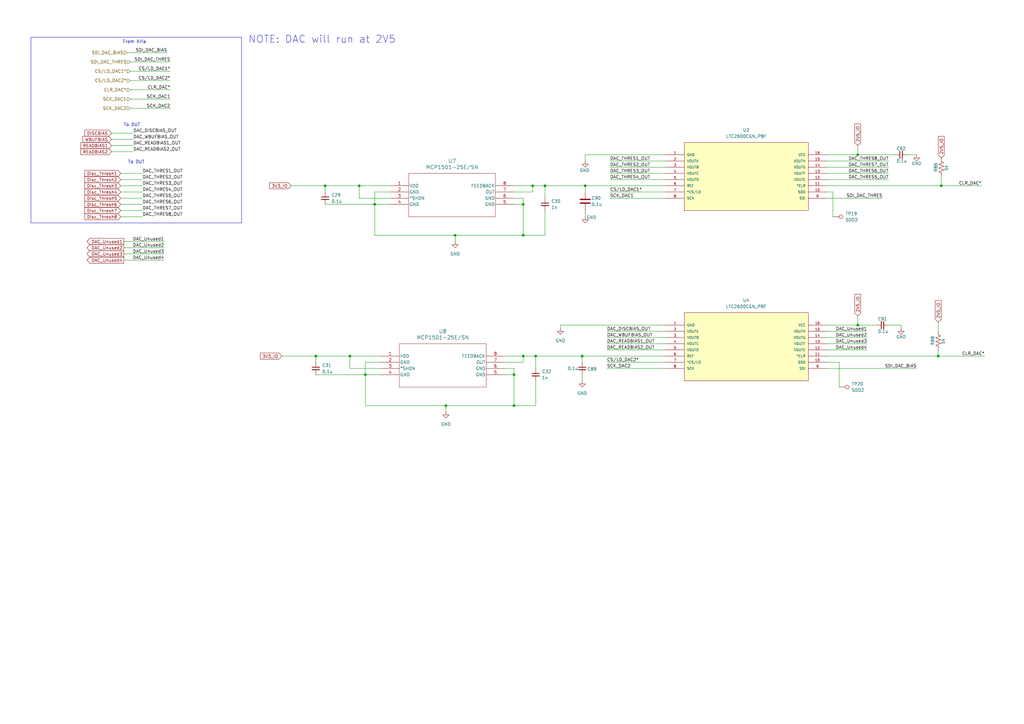
<source format=kicad_sch>
(kicad_sch (version 20231120) (generator "eeschema") (generator_version "8.0")
  (paper "A3")
  (lib_symbols
    (symbol "Connector:TestPoint" (pin_numbers hide) (pin_names (offset 0.762) hide)
      (property "Reference" "TP" (at 0 6.858 0))
      (property "Value" "TestPoint" (at 0 5.08 0))
      (symbol "TestPoint_0_1"
        (circle (center 0 3.302) (radius 0.762))
      )
      (symbol "TestPoint_1_1"
        (pin passive line (at 0 0 90) (length 2.54) (name "1") (number "1"))
      )
    )
    (symbol "Device:C" (pin_numbers hide) (pin_names (offset 0.254))
      (property "Reference" "C" (at 0.635 2.54 0))
      (property "Value" "C" (at 0.635 -2.54 0))
      (symbol "C_0_1"
        (polyline (pts (xy -2.032 -0.762) (xy 2.032 -0.762)) (stroke (width 0.508)))
        (polyline (pts (xy -2.032 0.762) (xy 2.032 0.762)) (stroke (width 0.508)))
      )
      (symbol "C_1_1"
        (pin passive line (at 0 3.81 270) (length 2.794) (name "~") (number "1"))
        (pin passive line (at 0 -3.81 90) (length 2.794) (name "~") (number "2"))
      )
    )
    (symbol "Device:C_Small" (pin_numbers hide) (pin_names (offset 0.254) hide)
      (property "Reference" "C" (at 0.254 1.778 0))
      (property "Value" "C_Small" (at 0.254 -2.032 0))
      (symbol "C_Small_0_1"
        (polyline (pts (xy -1.524 -0.508) (xy 1.524 -0.508)) (stroke (width 0.3302)))
        (polyline (pts (xy -1.524 0.508) (xy 1.524 0.508)) (stroke (width 0.3048)))
      )
      (symbol "C_Small_1_1"
        (pin passive line (at 0 2.54 270) (length 2.032) (name "~") (number "1"))
        (pin passive line (at 0 -2.54 90) (length 2.032) (name "~") (number "2"))
      )
    )
    (symbol "Device:R_US" (pin_numbers hide) (pin_names (offset 0))
      (property "Reference" "R" (at 2.54 0 90))
      (property "Value" "R_US" (at -2.54 0 90))
      (symbol "R_US_0_1"
        (polyline (pts (xy 0 -2.286) (xy 0 -2.54)))
        (polyline (pts (xy 0 2.286) (xy 0 2.54)))
        (polyline (pts (xy 0 -0.762) (xy 1.016 -1.143) (xy 0 -1.524) (xy -1.016 -1.905) (xy 0 -2.286)))
        (polyline (pts (xy 0 0.762) (xy 1.016 0.381) (xy 0 0) (xy -1.016 -0.381) (xy 0 -0.762)))
        (polyline (pts (xy 0 2.286) (xy 1.016 1.905) (xy 0 1.524) (xy -1.016 1.143) (xy 0 0.762)))
      )
      (symbol "R_US_1_1"
        (pin passive line (at 0 3.81 270) (length 1.27) (name "~") (number "1"))
        (pin passive line (at 0 -3.81 90) (length 1.27) (name "~") (number "2"))
      )
    )
    (symbol "MCP1501-25E_SN_1" (pin_names (offset 0.254))
      (property "Reference" "U" (at 25.4 10.16 0))
      (property "Value" "MCP1501-25E/SN" (at 25.4 7.62 0))
      (symbol "MCP1501-25E_SN_1_0_1"
        (polyline (pts (xy 7.62 -12.7) (xy 43.18 -12.7)) (stroke (width 0.127)))
        (polyline (pts (xy 7.62 5.08) (xy 7.62 -12.7)) (stroke (width 0.127)))
        (polyline (pts (xy 43.18 -12.7) (xy 43.18 5.08)) (stroke (width 0.127)))
        (polyline (pts (xy 43.18 5.08) (xy 7.62 5.08)) (stroke (width 0.127)))
        (pin power_in line (at 0 0 0) (length 7.62) (name "VDD") (number "1"))
        (pin input line (at 0 -5.08 0) (length 7.62) (name "*SHDN") (number "3"))
        (pin output line (at 50.8 -2.54 180) (length 7.62) (name "OUT") (number "7"))
        (pin input line (at 50.8 0 180) (length 7.62) (name "FEEDBACK") (number "8"))
      )
      (symbol "MCP1501-25E_SN_1_1_1"
        (pin power_in line (at 0 -2.54 0) (length 7.62) (name "GND") (number "2"))
        (pin power_in line (at 0 -7.62 0) (length 7.62) (name "GND") (number "4"))
        (pin power_in line (at 50.8 -7.62 180) (length 7.62) (name "GND") (number "5"))
        (pin power_in line (at 50.8 -5.08 180) (length 7.62) (name "GND") (number "6"))
      )
    )
    (symbol "PSEC5_ctrlbd:LTC2600CGN_PBF" (pin_names (offset 1.016))
      (property "Reference" "U" (at 28.2956 9.1186 0))
      (property "Value" "LTC2600CGN_PBF" (at 27.6606 6.5786 0))
      (symbol "LTC2600CGN_PBF_0_0"
        (rectangle (start 7.62 -22.86) (end 58.42 5.08) (stroke (width 0.1524)) (fill (type background)))
        (pin power_in line (at 0 0 0) (length 7.62) (name "GND") (number "1"))
        (pin output line (at 66.04 -15.24 180) (length 7.62) (name "SDO") (number "10"))
        (pin input line (at 66.04 -12.7 180) (length 7.62) (name "*CLR") (number "11"))
        (pin output line (at 66.04 -10.16 180) (length 7.62) (name "VOUTE") (number "12"))
        (pin output line (at 66.04 -7.62 180) (length 7.62) (name "VOUTF") (number "13"))
        (pin output line (at 66.04 -5.08 180) (length 7.62) (name "VOUTG") (number "14"))
        (pin output line (at 66.04 -2.54 180) (length 7.62) (name "VOUTH") (number "15"))
        (pin power_in line (at 66.04 0 180) (length 7.62) (name "VCC") (number "16"))
        (pin output line (at 0 -2.54 0) (length 7.62) (name "VOUTA") (number "2"))
        (pin output line (at 0 -5.08 0) (length 7.62) (name "VOUTB") (number "3"))
        (pin output line (at 0 -7.62 0) (length 7.62) (name "VOUTC") (number "4"))
        (pin output line (at 0 -10.16 0) (length 7.62) (name "VOUTD") (number "5"))
        (pin input line (at 0 -12.7 0) (length 7.62) (name "REF") (number "6"))
        (pin input line (at 0 -15.24 0) (length 7.62) (name "*CS/LD") (number "7"))
        (pin input line (at 0 -17.78 0) (length 7.62) (name "SCK") (number "8"))
        (pin input line (at 66.04 -17.78 180) (length 7.62) (name "SDI") (number "9"))
      )
    )
    (symbol "power:GND" (power) (pin_numbers hide) (pin_names (offset 0) hide)
      (property "Value" "GND" (at 0 -3.81 0))
      (symbol "GND_0_1"
        (polyline (pts (xy 0 0) (xy 0 -1.27) (xy 1.27 -1.27) (xy 0 -2.54) (xy -1.27 -1.27) (xy 0 -1.27)))
      )
      (symbol "GND_1_1"
        (pin power_in line (at 0 0 270) (length 0) (name "~") (number "1"))
      )
    )
  )
  (junction (at 218.44 76.2))
  (junction (at 384.81 146.05))
  (junction (at 133.35 76.2))
  (junction (at 214.63 146.05))
  (junction (at 214.63 83.82))
  (junction (at 351.79 133.35))
  (junction (at 386.08 76.2))
  (junction (at 219.71 146.05))
  (junction (at 186.69 96.52))
  (junction (at 210.82 153.67))
  (junction (at 182.88 166.37))
  (junction (at 240.03 76.2))
  (junction (at 149.86 153.67))
  (junction (at 147.32 76.2))
  (junction (at 143.51 146.05))
  (junction (at 223.52 76.2))
  (junction (at 214.63 96.52))
  (junction (at 238.76 146.05))
  (junction (at 210.82 166.37))
  (junction (at 351.79 63.5))
  (junction (at 129.54 146.05))
  (junction (at 153.67 83.82))
  (wire (pts (xy 69.85 29.21) (xy 53.34 29.21)))
  (wire (pts (xy 339.09 135.89) (xy 355.6 135.89)))
  (wire (pts (xy 129.54 146.05) (xy 143.51 146.05)))
  (wire (pts (xy 210.82 151.13) (xy 210.82 153.67)))
  (wire (pts (xy 248.92 148.59) (xy 273.05 148.59)))
  (wire (pts (xy 351.79 133.35) (xy 359.41 133.35)))
  (wire (pts (xy 153.67 83.82) (xy 160.02 83.82)))
  (wire (pts (xy 351.79 63.5) (xy 367.03 63.5)))
  (wire (pts (xy 386.08 72.39) (xy 386.08 76.2)))
  (wire (pts (xy 58.42 81.28) (xy 49.53 81.28)))
  (wire (pts (xy 207.01 151.13) (xy 210.82 151.13)))
  (wire (pts (xy 223.52 76.2) (xy 240.03 76.2)))
  (wire (pts (xy 182.88 166.37) (xy 149.86 166.37)))
  (wire (pts (xy 240.03 63.5) (xy 273.05 63.5)))
  (wire (pts (xy 248.92 135.89) (xy 273.05 135.89)))
  (wire (pts (xy 160.02 81.28) (xy 147.32 81.28)))
  (wire (pts (xy 153.67 96.52) (xy 153.67 83.82)))
  (wire (pts (xy 210.82 153.67) (xy 210.82 166.37)))
  (wire (pts (xy 238.76 153.67) (xy 238.76 156.21)))
  (wire (pts (xy 250.19 66.04) (xy 273.05 66.04)))
  (wire (pts (xy 339.09 81.28) (xy 361.95 81.28)))
  (wire (pts (xy 339.09 138.43) (xy 355.6 138.43)))
  (wire (pts (xy 218.44 76.2) (xy 223.52 76.2)))
  (wire (pts (xy 50.8 99.06) (xy 67.31 99.06)))
  (wire (pts (xy 50.8 104.14) (xy 67.31 104.14)))
  (wire (pts (xy 339.09 146.05) (xy 384.81 146.05)))
  (wire (pts (xy 384.81 132.08) (xy 384.81 135.89)))
  (wire (pts (xy 53.34 25.4) (xy 69.85 25.4)))
  (wire (pts (xy 69.85 44.45) (xy 53.34 44.45)))
  (wire (pts (xy 207.01 146.05) (xy 214.63 146.05)))
  (wire (pts (xy 223.52 96.52) (xy 214.63 96.52)))
  (wire (pts (xy 238.76 146.05) (xy 273.05 146.05)))
  (wire (pts (xy 219.71 166.37) (xy 210.82 166.37)))
  (wire (pts (xy 149.86 153.67) (xy 156.21 153.67)))
  (wire (pts (xy 129.54 146.05) (xy 129.54 148.59)))
  (wire (pts (xy 240.03 66.04) (xy 240.03 63.5)))
  (wire (pts (xy 339.09 133.35) (xy 351.79 133.35)))
  (wire (pts (xy 351.79 129.54) (xy 351.79 133.35)))
  (wire (pts (xy 69.85 36.83) (xy 53.34 36.83)))
  (wire (pts (xy 339.09 76.2) (xy 386.08 76.2)))
  (wire (pts (xy 147.32 81.28) (xy 147.32 76.2)))
  (wire (pts (xy 69.85 33.02) (xy 53.34 33.02)))
  (wire (pts (xy 386.08 76.2) (xy 402.59 76.2)))
  (wire (pts (xy 344.17 148.59) (xy 344.17 158.75)))
  (wire (pts (xy 341.63 78.74) (xy 339.09 78.74)))
  (wire (pts (xy 210.82 78.74) (xy 218.44 78.74)))
  (wire (pts (xy 143.51 146.05) (xy 156.21 146.05)))
  (wire (pts (xy 248.92 151.13) (xy 273.05 151.13)))
  (wire (pts (xy 186.69 96.52) (xy 214.63 96.52)))
  (wire (pts (xy 54.61 59.69) (xy 45.72 59.69)))
  (wire (pts (xy 219.71 146.05) (xy 219.71 151.13)))
  (wire (pts (xy 143.51 151.13) (xy 143.51 146.05)))
  (wire (pts (xy 273.05 133.35) (xy 229.87 133.35)))
  (wire (pts (xy 214.63 148.59) (xy 214.63 146.05)))
  (wire (pts (xy 219.71 146.05) (xy 238.76 146.05)))
  (wire (pts (xy 339.09 68.58) (xy 364.49 68.58)))
  (wire (pts (xy 214.63 83.82) (xy 214.63 96.52)))
  (wire (pts (xy 52.07 21.59) (xy 68.58 21.59)))
  (wire (pts (xy 229.87 133.35) (xy 229.87 134.62)))
  (wire (pts (xy 339.09 140.97) (xy 355.6 140.97)))
  (wire (pts (xy 50.8 101.6) (xy 67.31 101.6)))
  (wire (pts (xy 339.09 151.13) (xy 375.92 151.13)))
  (wire (pts (xy 218.44 78.74) (xy 218.44 76.2)))
  (wire (pts (xy 248.92 138.43) (xy 273.05 138.43)))
  (wire (pts (xy 364.49 133.35) (xy 369.57 133.35)))
  (wire (pts (xy 240.03 86.36) (xy 240.03 88.9)))
  (wire (pts (xy 250.19 81.28) (xy 273.05 81.28)))
  (wire (pts (xy 341.63 78.74) (xy 341.63 88.9)))
  (wire (pts (xy 250.19 78.74) (xy 273.05 78.74)))
  (wire (pts (xy 58.42 73.66) (xy 49.53 73.66)))
  (wire (pts (xy 339.09 148.59) (xy 344.17 148.59)))
  (wire (pts (xy 54.61 62.23) (xy 45.72 62.23)))
  (wire (pts (xy 58.42 83.82) (xy 49.53 83.82)))
  (wire (pts (xy 58.42 86.36) (xy 49.53 86.36)))
  (wire (pts (xy 207.01 153.67) (xy 210.82 153.67)))
  (wire (pts (xy 339.09 63.5) (xy 351.79 63.5)))
  (wire (pts (xy 214.63 146.05) (xy 219.71 146.05)))
  (wire (pts (xy 210.82 81.28) (xy 214.63 81.28)))
  (wire (pts (xy 238.76 146.05) (xy 238.76 148.59)))
  (wire (pts (xy 240.03 76.2) (xy 240.03 78.74)))
  (wire (pts (xy 240.03 76.2) (xy 273.05 76.2)))
  (wire (pts (xy 223.52 76.2) (xy 223.52 81.28)))
  (wire (pts (xy 133.35 76.2) (xy 133.35 78.74)))
  (wire (pts (xy 219.71 156.21) (xy 219.71 166.37)))
  (wire (pts (xy 58.42 76.2) (xy 49.53 76.2)))
  (wire (pts (xy 133.35 76.2) (xy 147.32 76.2)))
  (wire (pts (xy 384.81 143.51) (xy 384.81 146.05)))
  (wire (pts (xy 339.09 71.12) (xy 364.49 71.12)))
  (wire (pts (xy 58.42 71.12) (xy 49.53 71.12)))
  (wire (pts (xy 339.09 66.04) (xy 364.49 66.04)))
  (wire (pts (xy 339.09 73.66) (xy 364.49 73.66)))
  (wire (pts (xy 339.09 143.51) (xy 355.6 143.51)))
  (wire (pts (xy 147.32 76.2) (xy 160.02 76.2)))
  (wire (pts (xy 186.69 96.52) (xy 153.67 96.52)))
  (wire (pts (xy 250.19 71.12) (xy 273.05 71.12)))
  (wire (pts (xy 54.61 57.15) (xy 45.72 57.15)))
  (wire (pts (xy 156.21 151.13) (xy 143.51 151.13)))
  (wire (pts (xy 214.63 81.28) (xy 214.63 83.82)))
  (wire (pts (xy 149.86 166.37) (xy 149.86 153.67)))
  (wire (pts (xy 372.11 63.5) (xy 375.92 63.5)))
  (wire (pts (xy 210.82 166.37) (xy 182.88 166.37)))
  (wire (pts (xy 210.82 76.2) (xy 218.44 76.2)))
  (wire (pts (xy 207.01 148.59) (xy 214.63 148.59)))
  (wire (pts (xy 58.42 88.9) (xy 49.53 88.9)))
  (wire (pts (xy 119.38 76.2) (xy 133.35 76.2)))
  (wire (pts (xy 248.92 140.97) (xy 273.05 140.97)))
  (wire (pts (xy 250.19 73.66) (xy 273.05 73.66)))
  (wire (pts (xy 384.81 146.05) (xy 403.86 146.05)))
  (wire (pts (xy 69.85 40.64) (xy 53.34 40.64)))
  (wire (pts (xy 133.35 83.82) (xy 153.67 83.82)))
  (wire (pts (xy 129.54 153.67) (xy 149.86 153.67)))
  (wire (pts (xy 153.67 83.82) (xy 153.67 78.74)))
  (wire (pts (xy 369.57 133.35) (xy 369.57 134.62)))
  (wire (pts (xy 149.86 148.59) (xy 156.21 148.59)))
  (wire (pts (xy 58.42 78.74) (xy 49.53 78.74)))
  (wire (pts (xy 50.8 106.68) (xy 67.31 106.68)))
  (wire (pts (xy 54.61 54.61) (xy 45.72 54.61)))
  (wire (pts (xy 153.67 78.74) (xy 160.02 78.74)))
  (wire (pts (xy 250.19 68.58) (xy 273.05 68.58)))
  (wire (pts (xy 351.79 59.69) (xy 351.79 63.5)))
  (wire (pts (xy 149.86 153.67) (xy 149.86 148.59)))
  (wire (pts (xy 186.69 96.52) (xy 186.69 99.06)))
  (wire (pts (xy 210.82 83.82) (xy 214.63 83.82)))
  (wire (pts (xy 115.57 146.05) (xy 129.54 146.05)))
  (wire (pts (xy 182.88 166.37) (xy 182.88 168.91)))
  (wire (pts (xy 223.52 86.36) (xy 223.52 96.52)))
  (wire (pts (xy 248.92 143.51) (xy 273.05 143.51)))
  (rectangle (start 12.7 15.24) (end 99.06 91.44))
  (text "From Kria" (at 55.118 17.272 0) (effects (font (size 1.27 1.27))))
  (text "NOTE: DAC will run at 2V5\n" (at 132.08 16.256 0) (effects (font (size 3 3))))
  (text "To DUT\n" (at 55.88 66.548 0) (effects (font (size 1.27 1.27))))
  (text "To DUT" (at 54.102 51.308 0) (effects (font (size 1.27 1.27))))
  (label "DAC_THRES8_OUT" (at 58.42 88.9 0))
  (label "CLR_DAC*" (at 402.59 76.2 180))
  (label "CLR_DAC*" (at 69.85 36.83 180))
  (label "DAC_READBIAS2_OUT" (at 54.61 62.23 0))
  (label "SCK_DAC1" (at 69.85 40.64 180))
  (label "DAC_THRES6_OUT" (at 58.42 83.82 0))
  (label "DAC_THRES5_OUT" (at 58.42 81.28 0))
  (label "DAC_READBIAS1_OUT" (at 248.92 140.97 0))
  (label "DAC_Unused3" (at 355.6 140.97 180))
  (label "SDI_DAC_THRES" (at 69.85 25.4 180))
  (label "CS{slash}LD_DAC1*" (at 69.85 29.21 180))
  (label "SCK_DAC2" (at 248.92 151.13 0))
  (label "CLR_DAC*" (at 403.86 146.05 180))
  (label "DAC_Unused1" (at 67.31 99.06 180))
  (label "DAC_WBUFBIAS_OUT" (at 54.61 57.15 0))
  (label "DAC_THRES2_OUT" (at 250.19 68.58 0))
  (label "DAC_THRES3_OUT" (at 250.19 71.12 0))
  (label "SDI_DAC_BIAS" (at 375.92 151.13 180))
  (label "DAC_Unused2" (at 355.6 138.43 180))
  (label "DAC_THRES1_OUT" (at 58.42 71.12 0))
  (label "DAC_THRES8_OUT" (at 364.49 66.04 180))
  (label "DAC_Unused1" (at 355.6 135.89 180))
  (label "CS{slash}LD_DAC2*" (at 248.92 148.59 0))
  (label "DAC_THRES5_OUT" (at 364.49 73.66 180))
  (label "DAC_THRES7_OUT" (at 58.42 86.36 0))
  (label "SCK_DAC2" (at 69.85 44.45 180))
  (label "DAC_THRES6_OUT" (at 364.49 71.12 180))
  (label "CS{slash}LD_DAC2*" (at 69.85 33.02 180))
  (label "SDI_DAC_THRES" (at 361.95 81.28 180))
  (label "DAC_READBIAS2_OUT" (at 248.92 143.51 0))
  (label "DAC_Unused4" (at 355.6 143.51 180))
  (label "DAC_THRES1_OUT" (at 250.19 66.04 0))
  (label "DAC_WBUFBIAS_OUT" (at 248.92 138.43 0))
  (label "SDI_DAC_BIAS" (at 68.58 21.59 180))
  (label "DAC_READBIAS1_OUT" (at 54.61 59.69 0))
  (label "DAC_THRES2_OUT" (at 58.42 73.66 0))
  (label "DAC_THRES4_OUT" (at 58.42 78.74 0))
  (label "DAC_Unused4" (at 67.31 106.68 180))
  (label "DAC_Unused3" (at 67.31 104.14 180))
  (label "CS{slash}LD_DAC1*" (at 250.19 78.74 0))
  (label "DAC_Unused2" (at 67.31 101.6 180))
  (label "DAC_DISCBIAS_OUT" (at 248.92 135.89 0))
  (label "DAC_THRES7_OUT" (at 364.49 68.58 180))
  (label "DAC_THRES4_OUT" (at 250.19 73.66 0))
  (label "DAC_DISCBIAS_OUT" (at 54.61 54.61 0))
  (label "DAC_THRES3_OUT" (at 58.42 76.2 0))
  (label "SCK_DAC1" (at 250.19 81.28 0))
  (global_label "Disc_Thresh1" (shape input) (at 49.53 71.12 180) (property "Intersheetrefs" "${INTERSHEET_REFS}" (effects (hide yes))))
  (global_label "Disc_Thresh4" (shape input) (at 49.53 78.74 180) (property "Intersheetrefs" "${INTERSHEET_REFS}" (effects (hide yes))))
  (global_label "READBIAS1" (shape input) (at 45.72 59.69 180) (property "Intersheetrefs" "${INTERSHEET_REFS}" (effects (hide yes))))
  (global_label "Disc_Thresh8" (shape input) (at 49.53 88.9 180) (property "Intersheetrefs" "${INTERSHEET_REFS}" (effects (hide yes))))
  (global_label "Disc_Thresh2" (shape input) (at 49.53 73.66 180) (property "Intersheetrefs" "${INTERSHEET_REFS}" (effects (hide yes))))
  (global_label "Disc_Thresh7" (shape input) (at 49.53 86.36 180) (property "Intersheetrefs" "${INTERSHEET_REFS}" (effects (hide yes))))
  (global_label "DAC_Unused4" (shape output) (at 50.8 106.68 180) (property "Intersheetrefs" "${INTERSHEET_REFS}" (effects (hide yes))))
  (global_label "2V5_IO" (shape input) (at 384.81 132.08 90) (property "Intersheetrefs" "${INTERSHEET_REFS}" (effects (hide yes))))
  (global_label "3V3_IO" (shape input) (at 115.57 146.05 180) (property "Intersheetrefs" "${INTERSHEET_REFS}" (effects (hide yes))))
  (global_label "Disc_Thresh6" (shape input) (at 49.53 83.82 180) (property "Intersheetrefs" "${INTERSHEET_REFS}" (effects (hide yes))))
  (global_label "Disc_Thresh5" (shape input) (at 49.53 81.28 180) (property "Intersheetrefs" "${INTERSHEET_REFS}" (effects (hide yes))))
  (global_label "DISCBIAS" (shape input) (at 45.72 54.61 180) (property "Intersheetrefs" "${INTERSHEET_REFS}" (effects (hide yes))))
  (global_label "2V5_IO" (shape input) (at 386.08 64.77 90) (property "Intersheetrefs" "${INTERSHEET_REFS}" (effects (hide yes))))
  (global_label "DAC_Unused2" (shape output) (at 50.8 101.6 180) (property "Intersheetrefs" "${INTERSHEET_REFS}" (effects (hide yes))))
  (global_label "READBIAS2" (shape input) (at 45.72 62.23 180) (property "Intersheetrefs" "${INTERSHEET_REFS}" (effects (hide yes))))
  (global_label "2V5_IO" (shape input) (at 351.79 129.54 90) (property "Intersheetrefs" "${INTERSHEET_REFS}" (effects (hide yes))))
  (global_label "WBUFBIAS" (shape input) (at 45.72 57.15 180) (property "Intersheetrefs" "${INTERSHEET_REFS}" (effects (hide yes))))
  (global_label "2V5_IO" (shape input) (at 351.79 59.69 90) (property "Intersheetrefs" "${INTERSHEET_REFS}" (effects (hide yes))))
  (global_label "DAC_Unused3" (shape output) (at 50.8 104.14 180) (property "Intersheetrefs" "${INTERSHEET_REFS}" (effects (hide yes))))
  (global_label "Disc_Thresh3" (shape input) (at 49.53 76.2 180) (property "Intersheetrefs" "${INTERSHEET_REFS}" (effects (hide yes))))
  (global_label "3V3_IO" (shape input) (at 119.38 76.2 180) (property "Intersheetrefs" "${INTERSHEET_REFS}" (effects (hide yes))))
  (global_label "DAC_Unused1" (shape output) (at 50.8 99.06 180) (property "Intersheetrefs" "${INTERSHEET_REFS}" (effects (hide yes))))
  (hierarchical_label "CS{slash}LD_DAC1*" (shape input) (at 53.34 29.21 180))
  (hierarchical_label "SCK_DAC2" (shape input) (at 53.34 44.45 180))
  (hierarchical_label "SDI_DAC_THRES" (shape input) (at 53.34 25.4 180))
  (hierarchical_label "SCK_DAC1" (shape input) (at 53.34 40.64 180))
  (hierarchical_label "CLR_DAC*" (shape input) (at 53.34 36.83 180))
  (hierarchical_label "CS{slash}LD_DAC2*" (shape input) (at 53.34 33.02 180))
  (hierarchical_label "SDI_DAC_BIAS" (shape input) (at 52.07 21.59 180))
  (symbol (lib_id "Device:C_Small") (at 223.52 83.82 0) (unit 1)
    (property "Reference" "C30" (at 226.06 82.5562 0) (effects (justify left)))
    (property "Value" "1n" (at 226.06 85.0962 0) (effects (justify left)))
    (property "Footprint" "Capacitor_SMD:C_0603_1608Metric" (effects (hide yes)))
    (property "Description" "Unpolarized capacitor, small symbol" (effects (hide yes)))
  )
  (symbol (lib_id "Device:C_Small") (at 129.54 151.13 0) (unit 1)
    (property "Reference" "C31" (at 132.08 149.8662 0) (effects (justify left)))
    (property "Value" "0.1u" (at 132.08 152.4062 0) (effects (justify left)))
    (property "Footprint" "Capacitor_SMD:C_0603_1608Metric" (effects (hide yes)))
    (property "Description" "Unpolarized capacitor, small symbol" (effects (hide yes)))
  )
  (symbol (lib_id "Device:C_Small") (at 369.57 63.5 90) (unit 1)
    (property "Reference" "C92" (at 369.57 60.96 90))
    (property "Value" "0.1u" (at 369.824 66.04 90))
    (property "Footprint" "Capacitor_SMD:C_0201_0603Metric" (effects (hide yes)))
    (property "Description" "Unpolarized capacitor, small symbol" (effects (hide yes)))
  )
  (symbol (lib_id "Device:R_US") (at 386.08 68.58 180) (unit 1)
    (property "Reference" "R86" (at 383.794 68.58 90))
    (property "Value" "5k" (at 388.112 68.834 90))
    (property "Footprint" "Capacitor_SMD:C_0603_1608Metric" (effects (hide yes)))
    (property "Description" "Resistor, US symbol" (effects (hide yes)))
  )
  (symbol (lib_id "Connector:TestPoint") (at 341.63 88.9 270) (unit 1)
    (property "Reference" "TP19" (at 346.71 87.6299 90) (effects (justify left)))
    (property "Value" "SDO2" (at 346.71 90.1699 90) (effects (justify left)))
    (property "Footprint" "TestPoint:TestPoint_Bridge_Pitch2.0mm_Drill0.7mm" (effects (hide yes)))
    (property "Description" "test point" (effects (hide yes)))
  )
  (symbol (lib_id "power:GND") (at 240.03 88.9 0) (unit 1)
    (property "Reference" "#PWR0113" (effects (hide yes)))
    (property "Value" "GND" (at 242.57 89.154 0))
    (property "Description" "Power symbol creates a global label with name \"GND\" , ground" (effects (hide yes)))
  )
  (symbol (lib_id "power:GND") (at 238.76 156.21 0) (unit 1)
    (property "Reference" "#PWR0111" (effects (hide yes)))
    (property "Value" "GND" (at 238.76 161.29 0))
    (property "Description" "Power symbol creates a global label with name \"GND\" , ground" (effects (hide yes)))
  )
  (symbol (lib_id "power:GND") (at 182.88 168.91 0) (unit 1)
    (property "Reference" "#PWR033" (effects (hide yes)))
    (property "Value" "GND" (at 182.88 173.99 0))
    (property "Description" "Power symbol creates a global label with name \"GND\" , ground" (effects (hide yes)))
  )
  (symbol (lib_id "Device:C") (at 240.03 82.55 0) (unit 1)
    (property "Reference" "C90" (at 242.57 81.28 0) (effects (justify left)))
    (property "Value" "0.1u" (at 242.57 83.82 0) (effects (justify left)))
    (property "Footprint" "Capacitor_SMD:C_0603_1608Metric" (effects (hide yes)))
    (property "Description" "Unpolarized capacitor" (effects (hide yes)))
  )
  (symbol (lib_id "Device:C_Small") (at 219.71 153.67 0) (unit 1)
    (property "Reference" "C32" (at 222.25 152.4062 0) (effects (justify left)))
    (property "Value" "1n" (at 222.25 154.9462 0) (effects (justify left)))
    (property "Footprint" "Capacitor_SMD:C_0603_1608Metric" (effects (hide yes)))
    (property "Description" "Unpolarized capacitor, small symbol" (effects (hide yes)))
  )
  (symbol (lib_id "power:GND") (at 186.69 99.06 0) (unit 1)
    (property "Reference" "#PWR028" (effects (hide yes)))
    (property "Value" "GND" (at 186.69 104.14 0))
    (property "Description" "Power symbol creates a global label with name \"GND\" , ground" (effects (hide yes)))
  )
  (symbol (lib_id "power:GND") (at 240.03 66.04 0) (unit 1)
    (property "Reference" "#PWR0112" (effects (hide yes)))
    (property "Value" "GND" (at 239.776 69.85 0))
    (property "Description" "Power symbol creates a global label with name \"GND\" , ground" (effects (hide yes)))
  )
  (symbol (lib_name "MCP1501-25E_SN_1") (lib_id "PSEC5_ctrlbd:MCP1501-25E_SN") (at 156.21 146.05 0) (unit 1)
    (property "Reference" "U8" (at 181.61 135.89 0) (effects (font (size 1.524 1.524))))
    (property "Value" "MCP1501-25E/SN" (at 181.61 138.43 0) (effects (font (size 1.524 1.524))))
    (property "Footprint" "MCP1501_25E_SN:SOIC8_NARROW_SN_MCH" (effects (hide yes)))
    (property "Datasheet" "MCP1501-25E/SN" (effects (hide yes)))
  )
  (symbol (lib_id "power:GND") (at 229.87 134.62 0) (unit 1)
    (property "Reference" "#PWR0110" (effects (hide yes)))
    (property "Value" "GND" (at 229.87 139.7 0))
    (property "Description" "Power symbol creates a global label with name \"GND\" , ground" (effects (hide yes)))
  )
  (symbol (lib_id "PSEC5_ctrlbd:LTC2600CGN_PBF") (at 273.05 133.35 0) (unit 1)
    (property "Reference" "U4" (at 306.07 123.19 0))
    (property "Value" "LTC2600CGN_PBF" (at 306.07 125.73 0))
    (property "Footprint" "LTC2600CGN_PBF:SSOP-16_GN" (effects (hide yes)))
    (property "MF" "Analog Devices" (effects (hide yes)))
    (property "VENDOR" "Linear Technology" (effects (hide yes)))
    (property "Description_1" "\nLinear Technology Ltc2600cgn#Pbf / Ic Dac Octal r-r 16bit 16ssop\n" (effects (hide yes)))
    (property "Package" "SSOP-16 Linear Technology" (effects (hide yes)))
    (property "Price" "None" (effects (hide yes)))
    (property "Check_prices" "https://www.snapeda.com/parts/LTC2600CGN%23PBF/Analog+Devices/view-part/?ref=eda" (effects (hide yes)))
    (property "SnapEDA_Link" "https://www.snapeda.com/parts/LTC2600CGN%23PBF/Analog+Devices/view-part/?ref=snap" (effects (hide yes)))
    (property "MP" "LTC2600CGN#PBF" (effects (hide yes)))
    (property "Availability" "In Stock" (effects (hide yes)))
    (property "MANUFACTURER_PART_NUMBER" "ltc2600cgn" (effects (hide yes)))
  )
  (symbol (lib_name "MCP1501-25E_SN_1") (lib_id "PSEC5_ctrlbd:MCP1501-25E_SN") (at 160.02 76.2 0) (unit 1)
    (property "Reference" "U7" (at 185.42 66.04 0) (effects (font (size 1.524 1.524))))
    (property "Value" "MCP1501-25E/SN" (at 185.42 68.58 0) (effects (font (size 1.524 1.524))))
    (property "Footprint" "MCP1501_25E_SN:SOIC8_NARROW_SN_MCH" (effects (hide yes)))
    (property "Datasheet" "MCP1501-25E/SN" (effects (hide yes)))
  )
  (symbol (lib_id "Device:C_Small") (at 361.95 133.35 90) (unit 1)
    (property "Reference" "C91" (at 361.95 130.81 90))
    (property "Value" "0.1u" (at 362.204 135.89 90))
    (property "Footprint" "Capacitor_SMD:C_0201_0603Metric" (effects (hide yes)))
    (property "Description" "Unpolarized capacitor, small symbol" (effects (hide yes)))
  )
  (symbol (lib_id "power:GND") (at 375.92 63.5 0) (unit 1)
    (property "Reference" "#PWR0117" (effects (hide yes)))
    (property "Value" "GND" (at 375.92 67.056 0))
    (property "Description" "Power symbol creates a global label with name \"GND\" , ground" (effects (hide yes)))
  )
  (symbol (lib_id "Device:C_Small") (at 133.35 81.28 0) (unit 1)
    (property "Reference" "C29" (at 135.89 80.0162 0) (effects (justify left)))
    (property "Value" "0.1u" (at 135.89 82.5562 0) (effects (justify left)))
    (property "Footprint" "Capacitor_SMD:C_0603_1608Metric" (effects (hide yes)))
    (property "Description" "Unpolarized capacitor, small symbol" (effects (hide yes)))
  )
  (symbol (lib_id "PSEC5_ctrlbd:LTC2600CGN_PBF") (at 273.05 63.5 0) (unit 1)
    (property "Reference" "U2" (at 306.07 53.34 0))
    (property "Value" "LTC2600CGN_PBF" (at 306.07 55.88 0))
    (property "Footprint" "LTC2600CGN_PBF:SSOP-16_GN" (effects (hide yes)))
    (property "MF" "Analog Devices" (effects (hide yes)))
    (property "VENDOR" "Linear Technology" (effects (hide yes)))
    (property "Description_1" "\nLinear Technology Ltc2600cgn#Pbf / Ic Dac Octal r-r 16bit 16ssop\n" (effects (hide yes)))
    (property "Package" "SSOP-16 Linear Technology" (effects (hide yes)))
    (property "Price" "None" (effects (hide yes)))
    (property "Check_prices" "https://www.snapeda.com/parts/LTC2600CGN%23PBF/Analog+Devices/view-part/?ref=eda" (effects (hide yes)))
    (property "SnapEDA_Link" "https://www.snapeda.com/parts/LTC2600CGN%23PBF/Analog+Devices/view-part/?ref=snap" (effects (hide yes)))
    (property "MP" "LTC2600CGN#PBF" (effects (hide yes)))
    (property "Availability" "In Stock" (effects (hide yes)))
    (property "MANUFACTURER_PART_NUMBER" "ltc2600cgn" (effects (hide yes)))
  )
  (symbol (lib_id "power:GND") (at 369.57 134.62 0) (unit 1)
    (property "Reference" "#PWR0116" (effects (hide yes)))
    (property "Value" "GND" (at 369.57 138.176 0))
    (property "Description" "Power symbol creates a global label with name \"GND\" , ground" (effects (hide yes)))
  )
  (symbol (lib_id "Connector:TestPoint") (at 344.17 158.75 270) (unit 1)
    (property "Reference" "TP20" (at 349.25 157.4799 90) (effects (justify left)))
    (property "Value" "SDO2" (at 349.25 160.0199 90) (effects (justify left)))
    (property "Footprint" "TestPoint:TestPoint_Bridge_Pitch2.0mm_Drill0.7mm" (effects (hide yes)))
    (property "Description" "test point" (effects (hide yes)))
  )
  (symbol (lib_id "Device:C_Small") (at 238.76 151.13 0) (unit 1)
    (property "Reference" "C89" (at 242.824 151.384 0))
    (property "Value" "0.1u" (at 234.95 151.13 0))
    (property "Footprint" "Capacitor_SMD:C_0201_0603Metric" (effects (hide yes)))
    (property "Description" "Unpolarized capacitor, small symbol" (effects (hide yes)))
  )
  (symbol (lib_id "Device:R_US") (at 384.81 139.7 180) (unit 1)
    (property "Reference" "R88" (at 382.524 139.7 90))
    (property "Value" "5k" (at 386.842 139.954 90))
    (property "Footprint" "Capacitor_SMD:C_0603_1608Metric" (effects (hide yes)))
    (property "Description" "Resistor, US symbol" (effects (hide yes)))
  )
)
</source>
